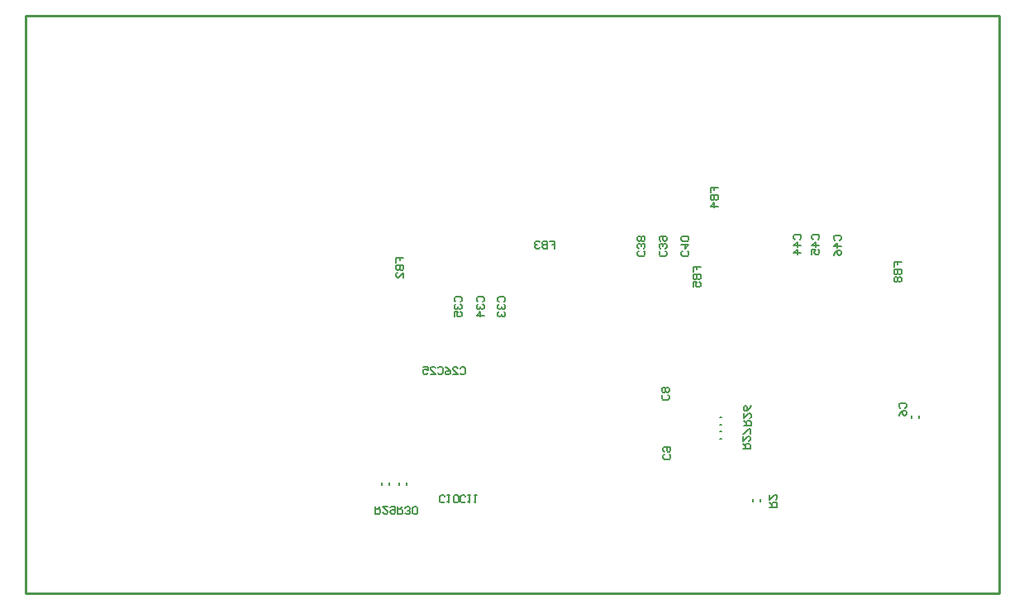
<source format=gbo>
%FSLAX25Y25*%
%MOIN*%
G70*
G01*
G75*
G04 Layer_Color=32896*
%ADD10R,0.20000X0.07000*%
%ADD11R,0.20000X0.10500*%
%ADD12R,0.03740X0.02953*%
%ADD13R,0.02953X0.03740*%
%ADD14R,0.05709X0.04331*%
%ADD15R,0.04331X0.05709*%
%ADD16O,0.00984X0.03543*%
%ADD17O,0.03543X0.00984*%
%ADD18R,0.05906X0.05906*%
%ADD19O,0.03740X0.00984*%
%ADD20O,0.00984X0.03740*%
%ADD21R,0.12598X0.12598*%
%ADD22R,0.04331X0.14173*%
%ADD23R,0.31496X0.23622*%
%ADD24R,0.14173X0.04331*%
%ADD25R,0.23622X0.31496*%
G04:AMPARAMS|DCode=26|XSize=118.11mil|YSize=62.99mil|CornerRadius=15.75mil|HoleSize=0mil|Usage=FLASHONLY|Rotation=270.000|XOffset=0mil|YOffset=0mil|HoleType=Round|Shape=RoundedRectangle|*
%AMROUNDEDRECTD26*
21,1,0.11811,0.03150,0,0,270.0*
21,1,0.08661,0.06299,0,0,270.0*
1,1,0.03150,-0.01575,-0.04331*
1,1,0.03150,-0.01575,0.04331*
1,1,0.03150,0.01575,0.04331*
1,1,0.03150,0.01575,-0.04331*
%
%ADD26ROUNDEDRECTD26*%
%ADD27R,0.06299X0.11811*%
G04:AMPARAMS|DCode=28|XSize=118.11mil|YSize=62.99mil|CornerRadius=15.75mil|HoleSize=0mil|Usage=FLASHONLY|Rotation=0.000|XOffset=0mil|YOffset=0mil|HoleType=Round|Shape=RoundedRectangle|*
%AMROUNDEDRECTD28*
21,1,0.11811,0.03150,0,0,0.0*
21,1,0.08661,0.06299,0,0,0.0*
1,1,0.03150,0.04331,-0.01575*
1,1,0.03150,-0.04331,-0.01575*
1,1,0.03150,-0.04331,0.01575*
1,1,0.03150,0.04331,0.01575*
%
%ADD28ROUNDEDRECTD28*%
%ADD29R,0.11811X0.06299*%
%ADD30R,0.10000X0.06496*%
%ADD31C,0.03937*%
%ADD32C,0.00787*%
%ADD33C,0.05906*%
%ADD34C,0.01000*%
%ADD35C,0.11811*%
%ADD36C,0.07874*%
%ADD37C,0.02362*%
%ADD38P,0.10653X8X202.5*%
%ADD39P,0.10653X8X292.5*%
%ADD40O,0.05906X0.07874*%
%ADD41R,0.05906X0.07874*%
%ADD42O,0.05906X0.07874*%
%ADD43C,0.02300*%
%ADD44C,0.02000*%
%ADD45C,0.02500*%
%ADD46C,0.02598*%
%ADD47C,0.00984*%
%ADD48C,0.02362*%
%ADD49C,0.00500*%
%ADD50R,0.21000X0.08000*%
%ADD51R,0.21000X0.11500*%
%ADD52R,0.04740X0.03953*%
%ADD53R,0.03953X0.04740*%
%ADD54R,0.06709X0.05331*%
%ADD55R,0.05331X0.06709*%
%ADD56R,0.05331X0.15173*%
%ADD57R,0.32496X0.24622*%
%ADD58R,0.15173X0.05331*%
%ADD59R,0.24622X0.32496*%
G04:AMPARAMS|DCode=60|XSize=128.11mil|YSize=72.99mil|CornerRadius=20.75mil|HoleSize=0mil|Usage=FLASHONLY|Rotation=270.000|XOffset=0mil|YOffset=0mil|HoleType=Round|Shape=RoundedRectangle|*
%AMROUNDEDRECTD60*
21,1,0.12811,0.03150,0,0,270.0*
21,1,0.08661,0.07299,0,0,270.0*
1,1,0.04150,-0.01575,-0.04331*
1,1,0.04150,-0.01575,0.04331*
1,1,0.04150,0.01575,0.04331*
1,1,0.04150,0.01575,-0.04331*
%
%ADD60ROUNDEDRECTD60*%
%ADD61R,0.07299X0.12811*%
G04:AMPARAMS|DCode=62|XSize=128.11mil|YSize=72.99mil|CornerRadius=20.75mil|HoleSize=0mil|Usage=FLASHONLY|Rotation=0.000|XOffset=0mil|YOffset=0mil|HoleType=Round|Shape=RoundedRectangle|*
%AMROUNDEDRECTD62*
21,1,0.12811,0.03150,0,0,0.0*
21,1,0.08661,0.07299,0,0,0.0*
1,1,0.04150,0.04331,-0.01575*
1,1,0.04150,-0.04331,-0.01575*
1,1,0.04150,-0.04331,0.01575*
1,1,0.04150,0.04331,0.01575*
%
%ADD62ROUNDEDRECTD62*%
%ADD63R,0.12811X0.07299*%
%ADD64R,0.11000X0.07496*%
%ADD65C,0.12811*%
%ADD66C,0.08874*%
%ADD67C,0.03362*%
%ADD68P,0.11736X8X202.5*%
%ADD69P,0.11736X8X292.5*%
%ADD70O,0.06906X0.08874*%
%ADD71R,0.06906X0.08874*%
%ADD72O,0.06906X0.08874*%
D32*
X357324Y70806D02*
Y71594D01*
X360276Y70806D02*
Y71594D01*
X153676Y43806D02*
Y44594D01*
X150724Y43806D02*
Y44594D01*
X146676Y43806D02*
Y44594D01*
X143724Y43806D02*
Y44594D01*
X279906Y65176D02*
X280694D01*
X279906Y62224D02*
X280694D01*
X279906Y71076D02*
X280694D01*
X279906Y68124D02*
X280694D01*
X293424Y37106D02*
Y37894D01*
X296376Y37106D02*
Y37894D01*
D34*
X0Y0D02*
Y233100D01*
X392500D01*
Y0D02*
Y233100D01*
X0Y0D02*
X392500D01*
D49*
X352801Y74701D02*
X352301Y75200D01*
Y76200D01*
X352801Y76700D01*
X354800D01*
X355300Y76200D01*
Y75200D01*
X354800Y74701D01*
X352301Y71702D02*
X352801Y72701D01*
X353801Y73701D01*
X354800D01*
X355300Y73201D01*
Y72201D01*
X354800Y71702D01*
X354300D01*
X353801Y72201D01*
Y73701D01*
X259099Y80099D02*
X259599Y79599D01*
Y78600D01*
X259099Y78100D01*
X257100D01*
X256600Y78600D01*
Y79599D01*
X257100Y80099D01*
X259099Y81099D02*
X259599Y81599D01*
Y82599D01*
X259099Y83098D01*
X258599D01*
X258100Y82599D01*
X257600Y83098D01*
X257100D01*
X256600Y82599D01*
Y81599D01*
X257100Y81099D01*
X257600D01*
X258100Y81599D01*
X258599Y81099D01*
X259099D01*
X258100Y81599D02*
Y82599D01*
X259599Y56099D02*
X260099Y55599D01*
Y54600D01*
X259599Y54100D01*
X257600D01*
X257100Y54600D01*
Y55599D01*
X257600Y56099D01*
Y57099D02*
X257100Y57599D01*
Y58599D01*
X257600Y59098D01*
X259599D01*
X260099Y58599D01*
Y57599D01*
X259599Y57099D01*
X259099D01*
X258599Y57599D01*
Y59098D01*
X169049Y37088D02*
X168550Y36588D01*
X167550D01*
X167050Y37088D01*
Y39087D01*
X167550Y39587D01*
X168550D01*
X169049Y39087D01*
X170049Y39587D02*
X171049D01*
X170549D01*
Y36588D01*
X170049Y37088D01*
X172548D02*
X173048Y36588D01*
X174048D01*
X174548Y37088D01*
Y39087D01*
X174048Y39587D01*
X173048D01*
X172548Y39087D01*
Y37088D01*
X177399Y37061D02*
X176900Y36561D01*
X175900D01*
X175400Y37061D01*
Y39060D01*
X175900Y39560D01*
X176900D01*
X177399Y39060D01*
X178399Y39560D02*
X179399D01*
X178899D01*
Y36561D01*
X178399Y37061D01*
X180898Y39560D02*
X181898D01*
X181398D01*
Y36561D01*
X180898Y37061D01*
X166251Y90849D02*
X166751Y91349D01*
X167750D01*
X168250Y90849D01*
Y88850D01*
X167750Y88350D01*
X166751D01*
X166251Y88850D01*
X163252Y88350D02*
X165251D01*
X163252Y90349D01*
Y90849D01*
X163751Y91349D01*
X164751D01*
X165251Y90849D01*
X160253Y91349D02*
X162252D01*
Y89850D01*
X161252Y90349D01*
X160752D01*
X160253Y89850D01*
Y88850D01*
X160752Y88350D01*
X161752D01*
X162252Y88850D01*
X175301Y90799D02*
X175801Y91299D01*
X176800D01*
X177300Y90799D01*
Y88800D01*
X176800Y88300D01*
X175801D01*
X175301Y88800D01*
X172302Y88300D02*
X174301D01*
X172302Y90299D01*
Y90799D01*
X172801Y91299D01*
X173801D01*
X174301Y90799D01*
X169303Y91299D02*
X170302Y90799D01*
X171302Y89799D01*
Y88800D01*
X170802Y88300D01*
X169802D01*
X169303Y88800D01*
Y89300D01*
X169802Y89799D01*
X171302D01*
X190901Y117501D02*
X190401Y118000D01*
Y119000D01*
X190901Y119500D01*
X192900D01*
X193400Y119000D01*
Y118000D01*
X192900Y117501D01*
X190901Y116501D02*
X190401Y116001D01*
Y115001D01*
X190901Y114502D01*
X191401D01*
X191901Y115001D01*
Y115501D01*
Y115001D01*
X192400Y114502D01*
X192900D01*
X193400Y115001D01*
Y116001D01*
X192900Y116501D01*
X190901Y113502D02*
X190401Y113002D01*
Y112002D01*
X190901Y111503D01*
X191401D01*
X191901Y112002D01*
Y112502D01*
Y112002D01*
X192400Y111503D01*
X192900D01*
X193400Y112002D01*
Y113002D01*
X192900Y113502D01*
X182401Y117501D02*
X181901Y118000D01*
Y119000D01*
X182401Y119500D01*
X184400D01*
X184900Y119000D01*
Y118000D01*
X184400Y117501D01*
X182401Y116501D02*
X181901Y116001D01*
Y115001D01*
X182401Y114502D01*
X182901D01*
X183400Y115001D01*
Y115501D01*
Y115001D01*
X183900Y114502D01*
X184400D01*
X184900Y115001D01*
Y116001D01*
X184400Y116501D01*
X184900Y112002D02*
X181901D01*
X183400Y113502D01*
Y111503D01*
X173401Y117501D02*
X172901Y118000D01*
Y119000D01*
X173401Y119500D01*
X175400D01*
X175900Y119000D01*
Y118000D01*
X175400Y117501D01*
X173401Y116501D02*
X172901Y116001D01*
Y115001D01*
X173401Y114502D01*
X173901D01*
X174400Y115001D01*
Y115501D01*
Y115001D01*
X174900Y114502D01*
X175400D01*
X175900Y115001D01*
Y116001D01*
X175400Y116501D01*
X172901Y111503D02*
Y113502D01*
X174400D01*
X173901Y112502D01*
Y112002D01*
X174400Y111503D01*
X175400D01*
X175900Y112002D01*
Y113002D01*
X175400Y113502D01*
X249299Y137999D02*
X249799Y137499D01*
Y136500D01*
X249299Y136000D01*
X247300D01*
X246800Y136500D01*
Y137499D01*
X247300Y137999D01*
X249299Y138999D02*
X249799Y139499D01*
Y140499D01*
X249299Y140998D01*
X248799D01*
X248300Y140499D01*
Y139999D01*
Y140499D01*
X247800Y140998D01*
X247300D01*
X246800Y140499D01*
Y139499D01*
X247300Y138999D01*
X249299Y141998D02*
X249799Y142498D01*
Y143498D01*
X249299Y143997D01*
X248799D01*
X248300Y143498D01*
X247800Y143997D01*
X247300D01*
X246800Y143498D01*
Y142498D01*
X247300Y141998D01*
X247800D01*
X248300Y142498D01*
X248799Y141998D01*
X249299D01*
X248300Y142498D02*
Y143498D01*
X258049Y138099D02*
X258549Y137600D01*
Y136600D01*
X258049Y136100D01*
X256050D01*
X255550Y136600D01*
Y137600D01*
X256050Y138099D01*
X258049Y139099D02*
X258549Y139599D01*
Y140599D01*
X258049Y141098D01*
X257549D01*
X257049Y140599D01*
Y140099D01*
Y140599D01*
X256550Y141098D01*
X256050D01*
X255550Y140599D01*
Y139599D01*
X256050Y139099D01*
Y142098D02*
X255550Y142598D01*
Y143598D01*
X256050Y144097D01*
X258049D01*
X258549Y143598D01*
Y142598D01*
X258049Y142098D01*
X257549D01*
X257049Y142598D01*
Y144097D01*
X266899Y138099D02*
X267399Y137600D01*
Y136600D01*
X266899Y136100D01*
X264900D01*
X264400Y136600D01*
Y137600D01*
X264900Y138099D01*
X264400Y140599D02*
X267399D01*
X265899Y139099D01*
Y141098D01*
X266899Y142098D02*
X267399Y142598D01*
Y143598D01*
X266899Y144097D01*
X264900D01*
X264400Y143598D01*
Y142598D01*
X264900Y142098D01*
X266899D01*
X310201Y142801D02*
X309701Y143300D01*
Y144300D01*
X310201Y144800D01*
X312200D01*
X312700Y144300D01*
Y143300D01*
X312200Y142801D01*
X312700Y140301D02*
X309701D01*
X311200Y141801D01*
Y139802D01*
X312700Y137302D02*
X309701D01*
X311200Y138802D01*
Y136803D01*
X317601Y142801D02*
X317101Y143300D01*
Y144300D01*
X317601Y144800D01*
X319600D01*
X320100Y144300D01*
Y143300D01*
X319600Y142801D01*
X320100Y140301D02*
X317101D01*
X318601Y141801D01*
Y139802D01*
X317101Y136803D02*
Y138802D01*
X318601D01*
X318101Y137802D01*
Y137302D01*
X318601Y136803D01*
X319600D01*
X320100Y137302D01*
Y138302D01*
X319600Y138802D01*
X326401Y142401D02*
X325901Y142901D01*
Y143900D01*
X326401Y144400D01*
X328400D01*
X328900Y143900D01*
Y142901D01*
X328400Y142401D01*
X328900Y139901D02*
X325901D01*
X327400Y141401D01*
Y139402D01*
X325901Y136403D02*
X326401Y137402D01*
X327400Y138402D01*
X328400D01*
X328900Y137902D01*
Y136902D01*
X328400Y136403D01*
X327900D01*
X327400Y136902D01*
Y138402D01*
X300150Y34650D02*
X303149D01*
Y36149D01*
X302649Y36649D01*
X301649D01*
X301150Y36149D01*
Y34650D01*
Y35650D02*
X300150Y36649D01*
Y39648D02*
Y37649D01*
X302149Y39648D01*
X302649D01*
X303149Y39149D01*
Y38149D01*
X302649Y37649D01*
X149351Y133451D02*
Y135450D01*
X150850D01*
Y134450D01*
Y135450D01*
X152350D01*
X149351Y132451D02*
X152350D01*
Y130951D01*
X151850Y130452D01*
X151350D01*
X150850Y130951D01*
Y132451D01*
Y130951D01*
X150351Y130452D01*
X149851D01*
X149351Y130951D01*
Y132451D01*
X152350Y127453D02*
Y129452D01*
X150351Y127453D01*
X149851D01*
X149351Y127952D01*
Y128952D01*
X149851Y129452D01*
X211351Y142049D02*
X213350D01*
Y140550D01*
X212350D01*
X213350D01*
Y139050D01*
X210351Y142049D02*
Y139050D01*
X208852D01*
X208352Y139550D01*
Y140050D01*
X208852Y140550D01*
X210351D01*
X208852D01*
X208352Y141049D01*
Y141549D01*
X208852Y142049D01*
X210351D01*
X207352Y141549D02*
X206852Y142049D01*
X205852D01*
X205353Y141549D01*
Y141049D01*
X205852Y140550D01*
X206352D01*
X205852D01*
X205353Y140050D01*
Y139550D01*
X205852Y139050D01*
X206852D01*
X207352Y139550D01*
X276301Y161501D02*
Y163500D01*
X277800D01*
Y162500D01*
Y163500D01*
X279300D01*
X276301Y160501D02*
X279300D01*
Y159001D01*
X278800Y158502D01*
X278300D01*
X277800Y159001D01*
Y160501D01*
Y159001D01*
X277301Y158502D01*
X276801D01*
X276301Y159001D01*
Y160501D01*
X279300Y156002D02*
X276301D01*
X277800Y157502D01*
Y155503D01*
X269201Y129487D02*
Y131487D01*
X270701D01*
Y130487D01*
Y131487D01*
X272200D01*
X269201Y128488D02*
X272200D01*
Y126988D01*
X271700Y126488D01*
X271200D01*
X270701Y126988D01*
Y128488D01*
Y126988D01*
X270201Y126488D01*
X269701D01*
X269201Y126988D01*
Y128488D01*
Y123489D02*
Y125488D01*
X270701D01*
X270201Y124489D01*
Y123989D01*
X270701Y123489D01*
X271700D01*
X272200Y123989D01*
Y124989D01*
X271700Y125488D01*
X350301Y131601D02*
Y133600D01*
X351800D01*
Y132600D01*
Y133600D01*
X353300D01*
X350301Y130601D02*
X353300D01*
Y129101D01*
X352800Y128602D01*
X352300D01*
X351800Y129101D01*
Y130601D01*
Y129101D01*
X351301Y128602D01*
X350801D01*
X350301Y129101D01*
Y130601D01*
X350801Y127602D02*
X350301Y127102D01*
Y126102D01*
X350801Y125603D01*
X351301D01*
X351800Y126102D01*
X352300Y125603D01*
X352800D01*
X353300Y126102D01*
Y127102D01*
X352800Y127602D01*
X352300D01*
X351800Y127102D01*
X351301Y127602D01*
X350801D01*
X351800Y127102D02*
Y126102D01*
X289550Y67550D02*
X292549D01*
Y69050D01*
X292049Y69549D01*
X291050D01*
X290550Y69050D01*
Y67550D01*
Y68550D02*
X289550Y69549D01*
Y72548D02*
Y70549D01*
X291549Y72548D01*
X292049D01*
X292549Y72049D01*
Y71049D01*
X292049Y70549D01*
X292549Y75547D02*
X292049Y74548D01*
X291050Y73548D01*
X290050D01*
X289550Y74048D01*
Y75048D01*
X290050Y75547D01*
X290550D01*
X291050Y75048D01*
Y73548D01*
X289300Y58400D02*
X292299D01*
Y59899D01*
X291799Y60399D01*
X290799D01*
X290300Y59899D01*
Y58400D01*
Y59400D02*
X289300Y60399D01*
Y63398D02*
Y61399D01*
X291299Y63398D01*
X291799D01*
X292299Y62899D01*
Y61899D01*
X291799Y61399D01*
X292299Y64398D02*
Y66397D01*
X291799D01*
X289800Y64398D01*
X289300D01*
X141100Y35000D02*
Y32001D01*
X142599D01*
X143099Y32501D01*
Y33500D01*
X142599Y34000D01*
X141100D01*
X142100D02*
X143099Y35000D01*
X146098D02*
X144099D01*
X146098Y33001D01*
Y32501D01*
X145599Y32001D01*
X144599D01*
X144099Y32501D01*
X147098Y34500D02*
X147598Y35000D01*
X148598D01*
X149097Y34500D01*
Y32501D01*
X148598Y32001D01*
X147598D01*
X147098Y32501D01*
Y33001D01*
X147598Y33500D01*
X149097D01*
X150150Y34950D02*
Y31951D01*
X151649D01*
X152149Y32451D01*
Y33450D01*
X151649Y33950D01*
X150150D01*
X151150D02*
X152149Y34950D01*
X153149Y32451D02*
X153649Y31951D01*
X154649D01*
X155148Y32451D01*
Y32951D01*
X154649Y33450D01*
X154149D01*
X154649D01*
X155148Y33950D01*
Y34450D01*
X154649Y34950D01*
X153649D01*
X153149Y34450D01*
X156148Y32451D02*
X156648Y31951D01*
X157648D01*
X158147Y32451D01*
Y34450D01*
X157648Y34950D01*
X156648D01*
X156148Y34450D01*
Y32451D01*
M02*

</source>
